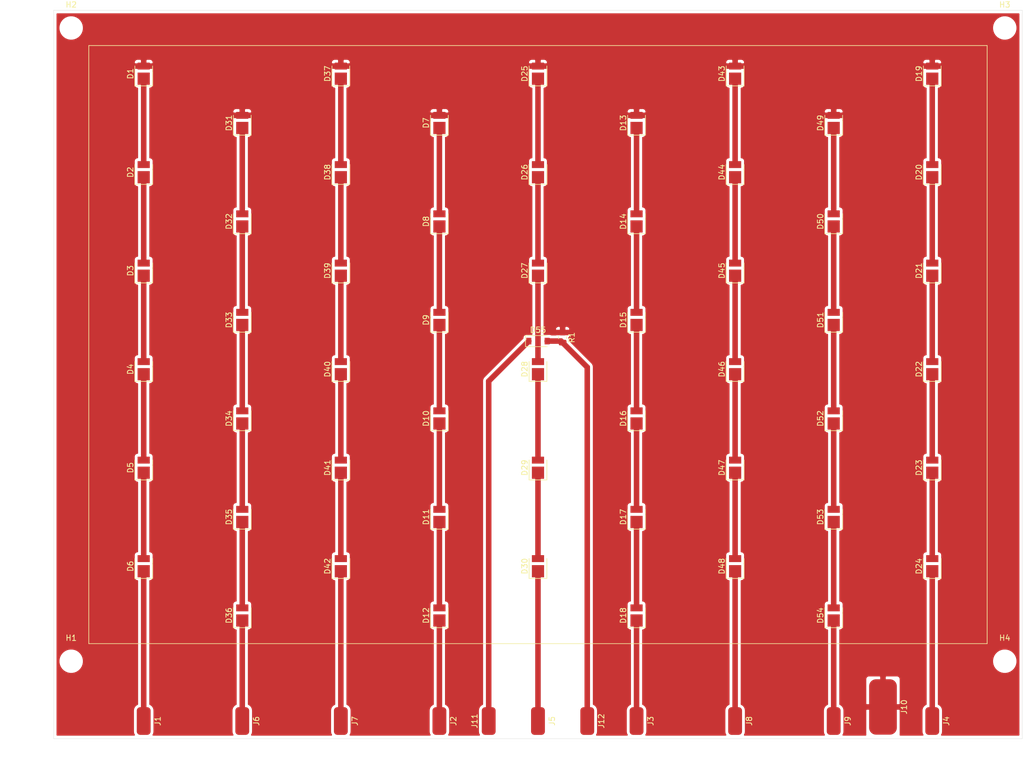
<source format=kicad_pcb>
(kicad_pcb (version 20171130) (host pcbnew "(5.1.12-1-10_14)")
  (layers (0 F.Cu signal) (31 B.Cu signal) (34 B.Paste user) (35 F.Paste user) (36 B.SilkS user) (37 F.SilkS user) (38 B.Mask user) (39 F.Mask user) (44 Edge.Cuts user))
  (net 0 "")
  (net 1 GND)
  (net 2 VCC)
  (net 3 "Net-(D1-Pad1)")
  (net 4 "Net-(D2-Pad1)")
  (net 5 "Net-(D3-Pad1)")
  (net 6 "Net-(D4-Pad1)")
  (net 7 "Net-(D5-Pad1)")
  (net 8 "Net-(D6-Pad1)")
  (net 9 "Net-(D7-Pad1)")
  (net 10 "Net-(D8-Pad1)")
  (net 11 "Net-(D10-Pad2)")
  (net 12 "Net-(D10-Pad1)")
  (net 13 "Net-(D11-Pad1)")
  (net 14 "Net-(D12-Pad1)")
  (net 15 "Net-(D13-Pad1)")
  (net 16 "Net-(D14-Pad1)")
  (net 17 "Net-(D15-Pad1)")
  (net 18 "Net-(D16-Pad1)")
  (net 19 "Net-(D17-Pad1)")
  (net 20 "Net-(D18-Pad1)")
  (net 21 "Net-(D19-Pad1)")
  (net 22 "Net-(D20-Pad1)")
  (net 23 "Net-(D21-Pad1)")
  (net 24 "Net-(D22-Pad1)")
  (net 25 "Net-(D23-Pad1)")
  (net 26 "Net-(D24-Pad1)")
  (net 27 "Net-(D25-Pad1)")
  (net 28 "Net-(D26-Pad1)")
  (net 29 "Net-(D27-Pad1)")
  (net 30 "Net-(D28-Pad1)")
  (net 31 "Net-(D29-Pad1)")
  (net 32 "Net-(D30-Pad1)")
  (net 33 "Net-(D31-Pad1)")
  (net 34 "Net-(D32-Pad1)")
  (net 35 "Net-(D33-Pad1)")
  (net 36 "Net-(D34-Pad1)")
  (net 37 "Net-(D35-Pad1)")
  (net 38 "Net-(D36-Pad1)")
  (net 39 "Net-(D37-Pad1)")
  (net 40 "Net-(D38-Pad1)")
  (net 41 "Net-(D39-Pad1)")
  (net 42 "Net-(D40-Pad1)")
  (net 43 "Net-(D41-Pad1)")
  (net 44 "Net-(D42-Pad1)")
  (net 45 "Net-(D43-Pad1)")
  (net 46 "Net-(D44-Pad1)")
  (net 47 "Net-(D45-Pad1)")
  (net 48 "Net-(D46-Pad1)")
  (net 49 "Net-(D47-Pad1)")
  (net 50 "Net-(D48-Pad1)")
  (net 51 "Net-(D50-Pad1)")
  (net 52 "Net-(D51-Pad1)")
  (net 53 "Net-(D52-Pad1)")
  (net 54 "Net-(D53-Pad1)")
  (net 55 "Net-(D54-Pad1)")
  (net 56 /Vsense)
  (net 57 "Net-(D49-Pad1)")
  (module MountingHole:MountingHole_3.2mm_M3 (layer F.Cu) (at 223.266 139.065)
    (fp_text reference H4 (at 0 -4.2) (layer F.SilkS))
    (fp_text value MountingHole)
    (pad 1 np_thru_hole circle (at 0 0) (size 3.2 3.2) (drill 3.2) (layers *.Cu *.Mask))
  )
  (module MountingHole:MountingHole_3.2mm_M3 (layer F.Cu) (at 223.266 24.765)
    (fp_text reference H3 (at 0 -4.2) (layer F.SilkS))
    (fp_text value MountingHole)
    (pad 1 np_thru_hole circle (at 0 0) (size 3.2 3.2) (drill 3.2) (layers *.Cu *.Mask))
  )
  (module MountingHole:MountingHole_3.2mm_M3 (layer F.Cu) (at 54.864 24.765)
    (fp_text reference H2 (at 0 -4.2) (layer F.SilkS))
    (fp_text value MountingHole)
    (pad 1 np_thru_hole circle (at 0 0) (size 3.2 3.2) (drill 3.2) (layers *.Cu *.Mask))
  )
  (module MountingHole:MountingHole_3.2mm_M3 (layer F.Cu) (at 54.864 139.065)
    (fp_text reference H1 (at 0 -4.2) (layer F.SilkS))
    (fp_text value MountingHole)
    (pad 1 np_thru_hole circle (at 0 0) (size 3.2 3.2) (drill 3.2) (layers *.Cu *.Mask))
  )
  (module Lighttable:Pad-2.5x5 (layer F.Cu) (at 130.175 149.86 270)
    (fp_text reference J11 (at 0 2.54 90) (layer F.SilkS))
    (fp_text value Conn_01x01 hide)
    (pad 1 smd roundrect (at 0 0 270) (size 5 2.5) (layers F.Cu F.Paste F.Mask) (net 1 GND))
  )
  (module Lighttable:Pad-2.5x5 (layer F.Cu) (at 147.955 149.86 90)
    (fp_text reference J12 (at 0 2.54 90) (layer F.SilkS))
    (fp_text value Conn_01x01 hide)
    (pad 1 smd roundrect (at 0 0 90) (size 5 2.5) (layers F.Cu F.Paste F.Mask) (net 56 /Vsense))
  )
  (module Lighttable:Pad-2.5x5 (layer F.Cu) (at 192.405 149.86 90)
    (fp_text reference J9 (at 0 2.54 90) (layer F.SilkS))
    (fp_text value Conn_01x01 hide)
    (pad 1 smd roundrect (at 0 0 90) (size 5 2.5) (layers F.Cu F.Paste F.Mask) (net 55 "Net-(D54-Pad1)"))
  )
  (module Lighttable:Pad-2.5x5 (layer F.Cu) (at 174.625 149.86 90)
    (fp_text reference J8 (at 0 2.54 90) (layer F.SilkS))
    (fp_text value Conn_01x01 hide)
    (pad 1 smd roundrect (at 0 0 90) (size 5 2.5) (layers F.Cu F.Paste F.Mask) (net 50 "Net-(D48-Pad1)"))
  )
  (module Lighttable:Pad-2.5x5 (layer F.Cu) (at 103.505 149.86 90)
    (fp_text reference J7 (at 0 2.54 90) (layer F.SilkS))
    (fp_text value Conn_01x01 hide)
    (pad 1 smd roundrect (at 0 0 90) (size 5 2.5) (layers F.Cu F.Paste F.Mask) (net 44 "Net-(D42-Pad1)"))
  )
  (module Lighttable:Pad-2.5x5 (layer F.Cu) (at 85.725 149.86 90)
    (fp_text reference J6 (at 0 2.54 90) (layer F.SilkS))
    (fp_text value Conn_01x01 hide)
    (pad 1 smd roundrect (at 0 0 90) (size 5 2.5) (layers F.Cu F.Paste F.Mask) (net 38 "Net-(D36-Pad1)"))
  )
  (module Lighttable:Pad-2.5x5 (layer F.Cu) (at 139.065 149.86 90)
    (fp_text reference J5 (at 0 2.54 90) (layer F.SilkS))
    (fp_text value Conn_01x01 hide)
    (pad 1 smd roundrect (at 0 0 90) (size 5 2.5) (layers F.Cu F.Paste F.Mask) (net 32 "Net-(D30-Pad1)"))
  )
  (module Lighttable:Pad-2.5x5 (layer F.Cu) (at 210.185 149.86 90)
    (fp_text reference J4 (at 0 2.54 90) (layer F.SilkS))
    (fp_text value Conn_01x01 hide)
    (pad 1 smd roundrect (at 0 0 90) (size 5 2.5) (layers F.Cu F.Paste F.Mask) (net 26 "Net-(D24-Pad1)"))
  )
  (module Lighttable:Pad-2.5x5 (layer F.Cu) (at 156.845 149.86 90)
    (fp_text reference J3 (at 0 2.54 90) (layer F.SilkS))
    (fp_text value Conn_01x01 hide)
    (pad 1 smd roundrect (at 0 0 90) (size 5 2.5) (layers F.Cu F.Paste F.Mask) (net 20 "Net-(D18-Pad1)"))
  )
  (module Lighttable:Pad-2.5x5 (layer F.Cu) (at 121.285 149.86 90)
    (fp_text reference J2 (at 0 2.54 90) (layer F.SilkS))
    (fp_text value Conn_01x01 hide)
    (pad 1 smd roundrect (at 0 0 90) (size 5 2.5) (layers F.Cu F.Paste F.Mask) (net 14 "Net-(D12-Pad1)"))
  )
  (module Lighttable:Pad-2.5x5 (layer F.Cu) (at 67.945 149.86 90)
    (fp_text reference J1 (at 0 2.54 90) (layer F.SilkS))
    (fp_text value Conn_01x01 hide)
    (pad 1 smd roundrect (at 0 0 90) (size 5 2.5) (layers F.Cu F.Paste F.Mask) (net 8 "Net-(D6-Pad1)"))
  )
  (module Resistor_SMD:R_0805_2012Metric (layer F.Cu) (at 143.51 80.645 270)
    (fp_text reference R1 (at 0 -1.65 90) (layer F.SilkS))
    (fp_text value 180k)
    (fp_line (start -0.227064 0.735) (end 0.227064 0.735) (layer F.SilkS) (width 0.12))
    (fp_line (start -0.227064 -0.735) (end 0.227064 -0.735) (layer F.SilkS) (width 0.12))
    (pad 2 smd roundrect (at 0.9125 0 270) (size 1.025 1.4) (layers F.Cu F.Paste F.Mask) (roundrect_rratio 0.2439014634146341) (net 56 /Vsense))
    (pad 1 smd roundrect (at -0.9125 0 270) (size 1.025 1.4) (layers F.Cu F.Paste F.Mask) (roundrect_rratio 0.2439014634146341) (net 2 VCC))
  )
  (module Lighttable:Pad-5x10 (layer F.Cu) (at 201.295 147.32 270)
    (fp_text reference J10 (at 0 -3.81 90) (layer F.SilkS))
    (fp_text value Conn_01x01 hide)
    (pad 1 smd roundrect (at 0 0 270) (size 10 5) (layers F.Cu F.Paste F.Mask) (net 2 VCC))
  )
  (module LED_SMD:LED_PLCC_2835 (layer F.Cu) (at 139.065 121.92 90)
    (fp_text reference D30 (at 0 -2.4 90) (layer F.SilkS))
    (fp_text value BXEN-50S-11M-3C)
    (fp_line (start -2.2 -1.6) (end -2.2 1.6) (layer F.SilkS) (width 0.12))
    (fp_line (start 1.4 1.6) (end -2.2 1.6) (layer F.SilkS) (width 0.12))
    (fp_line (start 1.4 -1.6) (end -2.2 -1.6) (layer F.SilkS) (width 0.12))
    (pad 2 smd rect (at 1.375 0 90) (size 1.25 2.2) (layers F.Cu F.Paste F.Mask) (net 31 "Net-(D29-Pad1)"))
    (pad 1 smd rect (at -0.9 0 90) (size 2.2 2.2) (layers F.Cu F.Paste F.Mask) (net 32 "Net-(D30-Pad1)"))
  )
  (module LED_SMD:LED_PLCC_2835 (layer F.Cu) (at 139.065 104.14 90)
    (fp_text reference D29 (at 0 -2.4 90) (layer F.SilkS))
    (fp_text value BXEN-50S-11M-3C)
    (fp_line (start -2.2 -1.6) (end -2.2 1.6) (layer F.SilkS) (width 0.12))
    (fp_line (start 1.4 1.6) (end -2.2 1.6) (layer F.SilkS) (width 0.12))
    (fp_line (start 1.4 -1.6) (end -2.2 -1.6) (layer F.SilkS) (width 0.12))
    (pad 2 smd rect (at 1.375 0 90) (size 1.25 2.2) (layers F.Cu F.Paste F.Mask) (net 30 "Net-(D28-Pad1)"))
    (pad 1 smd rect (at -0.9 0 90) (size 2.2 2.2) (layers F.Cu F.Paste F.Mask) (net 31 "Net-(D29-Pad1)"))
  )
  (module LED_SMD:LED_PLCC_2835 (layer F.Cu) (at 139.065 86.36 90)
    (fp_text reference D28 (at 0 -2.4 90) (layer F.SilkS))
    (fp_text value BXEN-50S-11M-3C)
    (fp_line (start -2.2 -1.6) (end -2.2 1.6) (layer F.SilkS) (width 0.12))
    (fp_line (start 1.4 1.6) (end -2.2 1.6) (layer F.SilkS) (width 0.12))
    (fp_line (start 1.4 -1.6) (end -2.2 -1.6) (layer F.SilkS) (width 0.12))
    (pad 2 smd rect (at 1.375 0 90) (size 1.25 2.2) (layers F.Cu F.Paste F.Mask) (net 29 "Net-(D27-Pad1)"))
    (pad 1 smd rect (at -0.9 0 90) (size 2.2 2.2) (layers F.Cu F.Paste F.Mask) (net 30 "Net-(D28-Pad1)"))
  )
  (module LED_SMD:LED_PLCC_2835 (layer F.Cu) (at 139.065 68.58 90)
    (fp_text reference D27 (at 0 -2.4 90) (layer F.SilkS))
    (fp_text value BXEN-50S-11M-3C)
    (fp_line (start -2.2 -1.6) (end -2.2 1.6) (layer F.SilkS) (width 0.12))
    (fp_line (start 1.4 1.6) (end -2.2 1.6) (layer F.SilkS) (width 0.12))
    (fp_line (start 1.4 -1.6) (end -2.2 -1.6) (layer F.SilkS) (width 0.12))
    (pad 2 smd rect (at 1.375 0 90) (size 1.25 2.2) (layers F.Cu F.Paste F.Mask) (net 28 "Net-(D26-Pad1)"))
    (pad 1 smd rect (at -0.9 0 90) (size 2.2 2.2) (layers F.Cu F.Paste F.Mask) (net 29 "Net-(D27-Pad1)"))
  )
  (module LED_SMD:LED_PLCC_2835 (layer F.Cu) (at 139.065 50.8 90)
    (fp_text reference D26 (at 0 -2.4 90) (layer F.SilkS))
    (fp_text value BXEN-50S-11M-3C)
    (fp_line (start -2.2 -1.6) (end -2.2 1.6) (layer F.SilkS) (width 0.12))
    (fp_line (start 1.4 1.6) (end -2.2 1.6) (layer F.SilkS) (width 0.12))
    (fp_line (start 1.4 -1.6) (end -2.2 -1.6) (layer F.SilkS) (width 0.12))
    (pad 2 smd rect (at 1.375 0 90) (size 1.25 2.2) (layers F.Cu F.Paste F.Mask) (net 27 "Net-(D25-Pad1)"))
    (pad 1 smd rect (at -0.9 0 90) (size 2.2 2.2) (layers F.Cu F.Paste F.Mask) (net 28 "Net-(D26-Pad1)"))
  )
  (module LED_SMD:LED_PLCC_2835 (layer F.Cu) (at 139.065 33.02 90)
    (fp_text reference D25 (at 0 -2.4 90) (layer F.SilkS))
    (fp_text value BXEN-50S-11M-3C)
    (fp_line (start -2.2 -1.6) (end -2.2 1.6) (layer F.SilkS) (width 0.12))
    (fp_line (start 1.4 1.6) (end -2.2 1.6) (layer F.SilkS) (width 0.12))
    (fp_line (start 1.4 -1.6) (end -2.2 -1.6) (layer F.SilkS) (width 0.12))
    (pad 2 smd rect (at 1.375 0 90) (size 1.25 2.2) (layers F.Cu F.Paste F.Mask) (net 2 VCC))
    (pad 1 smd rect (at -0.9 0 90) (size 2.2 2.2) (layers F.Cu F.Paste F.Mask) (net 27 "Net-(D25-Pad1)"))
  )
  (module Diode_SMD:D_SOD-123 (layer F.Cu) (at 139.065 81.28)
    (fp_text reference D55 (at 0 -2) (layer F.SilkS))
    (fp_text value 1N4148W)
    (fp_line (start -2.25 -1) (end 1.65 -1) (layer F.SilkS) (width 0.12))
    (fp_line (start -2.25 1) (end 1.65 1) (layer F.SilkS) (width 0.12))
    (fp_line (start -2.25 -1) (end -2.25 1) (layer F.SilkS) (width 0.12))
    (pad 2 smd rect (at 1.65 0) (size 0.9 1.2) (layers F.Cu F.Paste F.Mask) (net 56 /Vsense))
    (pad 1 smd rect (at -1.65 0) (size 0.9 1.2) (layers F.Cu F.Paste F.Mask) (net 1 GND))
  )
  (module LED_SMD:LED_PLCC_2835 (layer F.Cu) (at 192.405 130.81 90)
    (fp_text reference D54 (at 0 -2.4 90) (layer F.SilkS))
    (fp_text value BXEN-50S-11M-3C)
    (fp_line (start -2.2 -1.6) (end -2.2 1.6) (layer F.SilkS) (width 0.12))
    (fp_line (start 1.4 1.6) (end -2.2 1.6) (layer F.SilkS) (width 0.12))
    (fp_line (start 1.4 -1.6) (end -2.2 -1.6) (layer F.SilkS) (width 0.12))
    (pad 2 smd rect (at 1.375 0 90) (size 1.25 2.2) (layers F.Cu F.Paste F.Mask) (net 54 "Net-(D53-Pad1)"))
    (pad 1 smd rect (at -0.9 0 90) (size 2.2 2.2) (layers F.Cu F.Paste F.Mask) (net 55 "Net-(D54-Pad1)"))
  )
  (module LED_SMD:LED_PLCC_2835 (layer F.Cu) (at 192.405 113.03 90)
    (fp_text reference D53 (at 0 -2.4 90) (layer F.SilkS))
    (fp_text value BXEN-50S-11M-3C)
    (fp_line (start -2.2 -1.6) (end -2.2 1.6) (layer F.SilkS) (width 0.12))
    (fp_line (start 1.4 1.6) (end -2.2 1.6) (layer F.SilkS) (width 0.12))
    (fp_line (start 1.4 -1.6) (end -2.2 -1.6) (layer F.SilkS) (width 0.12))
    (pad 2 smd rect (at 1.375 0 90) (size 1.25 2.2) (layers F.Cu F.Paste F.Mask) (net 53 "Net-(D52-Pad1)"))
    (pad 1 smd rect (at -0.9 0 90) (size 2.2 2.2) (layers F.Cu F.Paste F.Mask) (net 54 "Net-(D53-Pad1)"))
  )
  (module LED_SMD:LED_PLCC_2835 (layer F.Cu) (at 192.405 95.25 90)
    (fp_text reference D52 (at 0 -2.4 90) (layer F.SilkS))
    (fp_text value BXEN-50S-11M-3C)
    (fp_line (start -2.2 -1.6) (end -2.2 1.6) (layer F.SilkS) (width 0.12))
    (fp_line (start 1.4 1.6) (end -2.2 1.6) (layer F.SilkS) (width 0.12))
    (fp_line (start 1.4 -1.6) (end -2.2 -1.6) (layer F.SilkS) (width 0.12))
    (pad 2 smd rect (at 1.375 0 90) (size 1.25 2.2) (layers F.Cu F.Paste F.Mask) (net 52 "Net-(D51-Pad1)"))
    (pad 1 smd rect (at -0.9 0 90) (size 2.2 2.2) (layers F.Cu F.Paste F.Mask) (net 53 "Net-(D52-Pad1)"))
  )
  (module LED_SMD:LED_PLCC_2835 (layer F.Cu) (at 192.405 77.47 90)
    (fp_text reference D51 (at 0 -2.4 90) (layer F.SilkS))
    (fp_text value BXEN-50S-11M-3C)
    (fp_line (start -2.2 -1.6) (end -2.2 1.6) (layer F.SilkS) (width 0.12))
    (fp_line (start 1.4 1.6) (end -2.2 1.6) (layer F.SilkS) (width 0.12))
    (fp_line (start 1.4 -1.6) (end -2.2 -1.6) (layer F.SilkS) (width 0.12))
    (pad 2 smd rect (at 1.375 0 90) (size 1.25 2.2) (layers F.Cu F.Paste F.Mask) (net 51 "Net-(D50-Pad1)"))
    (pad 1 smd rect (at -0.9 0 90) (size 2.2 2.2) (layers F.Cu F.Paste F.Mask) (net 52 "Net-(D51-Pad1)"))
  )
  (module LED_SMD:LED_PLCC_2835 (layer F.Cu) (at 192.405 59.69 90)
    (fp_text reference D50 (at 0 -2.4 90) (layer F.SilkS))
    (fp_text value BXEN-50S-11M-3C)
    (fp_line (start -2.2 -1.6) (end -2.2 1.6) (layer F.SilkS) (width 0.12))
    (fp_line (start 1.4 1.6) (end -2.2 1.6) (layer F.SilkS) (width 0.12))
    (fp_line (start 1.4 -1.6) (end -2.2 -1.6) (layer F.SilkS) (width 0.12))
    (pad 2 smd rect (at 1.375 0 90) (size 1.25 2.2) (layers F.Cu F.Paste F.Mask) (net 57 "Net-(D49-Pad1)"))
    (pad 1 smd rect (at -0.9 0 90) (size 2.2 2.2) (layers F.Cu F.Paste F.Mask) (net 51 "Net-(D50-Pad1)"))
  )
  (module LED_SMD:LED_PLCC_2835 (layer F.Cu) (at 192.405 41.91 90)
    (fp_text reference D49 (at 0 -2.4 90) (layer F.SilkS))
    (fp_text value BXEN-50S-11M-3C)
    (fp_line (start -2.2 -1.6) (end -2.2 1.6) (layer F.SilkS) (width 0.12))
    (fp_line (start 1.4 1.6) (end -2.2 1.6) (layer F.SilkS) (width 0.12))
    (fp_line (start 1.4 -1.6) (end -2.2 -1.6) (layer F.SilkS) (width 0.12))
    (pad 2 smd rect (at 1.375 0 90) (size 1.25 2.2) (layers F.Cu F.Paste F.Mask) (net 2 VCC))
    (pad 1 smd rect (at -0.9 0 90) (size 2.2 2.2) (layers F.Cu F.Paste F.Mask) (net 57 "Net-(D49-Pad1)"))
  )
  (module LED_SMD:LED_PLCC_2835 (layer F.Cu) (at 210.185 121.92 90)
    (fp_text reference D24 (at 0 -2.4 90) (layer F.SilkS))
    (fp_text value BXEN-50S-11M-3C)
    (fp_line (start -2.2 -1.6) (end -2.2 1.6) (layer F.SilkS) (width 0.12))
    (fp_line (start 1.4 1.6) (end -2.2 1.6) (layer F.SilkS) (width 0.12))
    (fp_line (start 1.4 -1.6) (end -2.2 -1.6) (layer F.SilkS) (width 0.12))
    (pad 2 smd rect (at 1.375 0 90) (size 1.25 2.2) (layers F.Cu F.Paste F.Mask) (net 25 "Net-(D23-Pad1)"))
    (pad 1 smd rect (at -0.9 0 90) (size 2.2 2.2) (layers F.Cu F.Paste F.Mask) (net 26 "Net-(D24-Pad1)"))
  )
  (module LED_SMD:LED_PLCC_2835 (layer F.Cu) (at 210.185 104.14 90)
    (fp_text reference D23 (at 0 -2.4 90) (layer F.SilkS))
    (fp_text value BXEN-50S-11M-3C)
    (fp_line (start -2.2 -1.6) (end -2.2 1.6) (layer F.SilkS) (width 0.12))
    (fp_line (start 1.4 1.6) (end -2.2 1.6) (layer F.SilkS) (width 0.12))
    (fp_line (start 1.4 -1.6) (end -2.2 -1.6) (layer F.SilkS) (width 0.12))
    (pad 2 smd rect (at 1.375 0 90) (size 1.25 2.2) (layers F.Cu F.Paste F.Mask) (net 24 "Net-(D22-Pad1)"))
    (pad 1 smd rect (at -0.9 0 90) (size 2.2 2.2) (layers F.Cu F.Paste F.Mask) (net 25 "Net-(D23-Pad1)"))
  )
  (module LED_SMD:LED_PLCC_2835 (layer F.Cu) (at 210.185 86.36 90)
    (fp_text reference D22 (at 0 -2.4 90) (layer F.SilkS))
    (fp_text value BXEN-50S-11M-3C)
    (fp_line (start -2.2 -1.6) (end -2.2 1.6) (layer F.SilkS) (width 0.12))
    (fp_line (start 1.4 1.6) (end -2.2 1.6) (layer F.SilkS) (width 0.12))
    (fp_line (start 1.4 -1.6) (end -2.2 -1.6) (layer F.SilkS) (width 0.12))
    (pad 2 smd rect (at 1.375 0 90) (size 1.25 2.2) (layers F.Cu F.Paste F.Mask) (net 23 "Net-(D21-Pad1)"))
    (pad 1 smd rect (at -0.9 0 90) (size 2.2 2.2) (layers F.Cu F.Paste F.Mask) (net 24 "Net-(D22-Pad1)"))
  )
  (module LED_SMD:LED_PLCC_2835 (layer F.Cu) (at 210.185 68.58 90)
    (fp_text reference D21 (at 0 -2.4 90) (layer F.SilkS))
    (fp_text value BXEN-50S-11M-3C)
    (fp_line (start -2.2 -1.6) (end -2.2 1.6) (layer F.SilkS) (width 0.12))
    (fp_line (start 1.4 1.6) (end -2.2 1.6) (layer F.SilkS) (width 0.12))
    (fp_line (start 1.4 -1.6) (end -2.2 -1.6) (layer F.SilkS) (width 0.12))
    (pad 2 smd rect (at 1.375 0 90) (size 1.25 2.2) (layers F.Cu F.Paste F.Mask) (net 22 "Net-(D20-Pad1)"))
    (pad 1 smd rect (at -0.9 0 90) (size 2.2 2.2) (layers F.Cu F.Paste F.Mask) (net 23 "Net-(D21-Pad1)"))
  )
  (module LED_SMD:LED_PLCC_2835 (layer F.Cu) (at 210.185 50.8 90)
    (fp_text reference D20 (at 0 -2.4 90) (layer F.SilkS))
    (fp_text value BXEN-50S-11M-3C)
    (fp_line (start -2.2 -1.6) (end -2.2 1.6) (layer F.SilkS) (width 0.12))
    (fp_line (start 1.4 1.6) (end -2.2 1.6) (layer F.SilkS) (width 0.12))
    (fp_line (start 1.4 -1.6) (end -2.2 -1.6) (layer F.SilkS) (width 0.12))
    (pad 2 smd rect (at 1.375 0 90) (size 1.25 2.2) (layers F.Cu F.Paste F.Mask) (net 21 "Net-(D19-Pad1)"))
    (pad 1 smd rect (at -0.9 0 90) (size 2.2 2.2) (layers F.Cu F.Paste F.Mask) (net 22 "Net-(D20-Pad1)"))
  )
  (module LED_SMD:LED_PLCC_2835 (layer F.Cu) (at 210.185 33.02 90)
    (fp_text reference D19 (at 0 -2.4 90) (layer F.SilkS))
    (fp_text value BXEN-50S-11M-3C)
    (fp_line (start -2.2 -1.6) (end -2.2 1.6) (layer F.SilkS) (width 0.12))
    (fp_line (start 1.4 1.6) (end -2.2 1.6) (layer F.SilkS) (width 0.12))
    (fp_line (start 1.4 -1.6) (end -2.2 -1.6) (layer F.SilkS) (width 0.12))
    (pad 2 smd rect (at 1.375 0 90) (size 1.25 2.2) (layers F.Cu F.Paste F.Mask) (net 2 VCC))
    (pad 1 smd rect (at -0.9 0 90) (size 2.2 2.2) (layers F.Cu F.Paste F.Mask) (net 21 "Net-(D19-Pad1)"))
  )
  (module LED_SMD:LED_PLCC_2835 (layer F.Cu) (at 174.625 121.92 90)
    (fp_text reference D48 (at 0 -2.4 90) (layer F.SilkS))
    (fp_text value BXEN-50S-11M-3C)
    (fp_line (start -2.2 -1.6) (end -2.2 1.6) (layer F.SilkS) (width 0.12))
    (fp_line (start 1.4 1.6) (end -2.2 1.6) (layer F.SilkS) (width 0.12))
    (fp_line (start 1.4 -1.6) (end -2.2 -1.6) (layer F.SilkS) (width 0.12))
    (pad 2 smd rect (at 1.375 0 90) (size 1.25 2.2) (layers F.Cu F.Paste F.Mask) (net 49 "Net-(D47-Pad1)"))
    (pad 1 smd rect (at -0.9 0 90) (size 2.2 2.2) (layers F.Cu F.Paste F.Mask) (net 50 "Net-(D48-Pad1)"))
  )
  (module LED_SMD:LED_PLCC_2835 (layer F.Cu) (at 174.625 104.14 90)
    (fp_text reference D47 (at 0 -2.4 90) (layer F.SilkS))
    (fp_text value BXEN-50S-11M-3C)
    (fp_line (start -2.2 -1.6) (end -2.2 1.6) (layer F.SilkS) (width 0.12))
    (fp_line (start 1.4 1.6) (end -2.2 1.6) (layer F.SilkS) (width 0.12))
    (fp_line (start 1.4 -1.6) (end -2.2 -1.6) (layer F.SilkS) (width 0.12))
    (pad 2 smd rect (at 1.375 0 90) (size 1.25 2.2) (layers F.Cu F.Paste F.Mask) (net 48 "Net-(D46-Pad1)"))
    (pad 1 smd rect (at -0.9 0 90) (size 2.2 2.2) (layers F.Cu F.Paste F.Mask) (net 49 "Net-(D47-Pad1)"))
  )
  (module LED_SMD:LED_PLCC_2835 (layer F.Cu) (at 174.625 86.36 90)
    (fp_text reference D46 (at 0 -2.4 90) (layer F.SilkS))
    (fp_text value BXEN-50S-11M-3C)
    (fp_line (start -2.2 -1.6) (end -2.2 1.6) (layer F.SilkS) (width 0.12))
    (fp_line (start 1.4 1.6) (end -2.2 1.6) (layer F.SilkS) (width 0.12))
    (fp_line (start 1.4 -1.6) (end -2.2 -1.6) (layer F.SilkS) (width 0.12))
    (pad 2 smd rect (at 1.375 0 90) (size 1.25 2.2) (layers F.Cu F.Paste F.Mask) (net 47 "Net-(D45-Pad1)"))
    (pad 1 smd rect (at -0.9 0 90) (size 2.2 2.2) (layers F.Cu F.Paste F.Mask) (net 48 "Net-(D46-Pad1)"))
  )
  (module LED_SMD:LED_PLCC_2835 (layer F.Cu) (at 174.625 68.58 90)
    (fp_text reference D45 (at 0 -2.4 90) (layer F.SilkS))
    (fp_text value BXEN-50S-11M-3C)
    (fp_line (start -2.2 -1.6) (end -2.2 1.6) (layer F.SilkS) (width 0.12))
    (fp_line (start 1.4 1.6) (end -2.2 1.6) (layer F.SilkS) (width 0.12))
    (fp_line (start 1.4 -1.6) (end -2.2 -1.6) (layer F.SilkS) (width 0.12))
    (pad 2 smd rect (at 1.375 0 90) (size 1.25 2.2) (layers F.Cu F.Paste F.Mask) (net 46 "Net-(D44-Pad1)"))
    (pad 1 smd rect (at -0.9 0 90) (size 2.2 2.2) (layers F.Cu F.Paste F.Mask) (net 47 "Net-(D45-Pad1)"))
  )
  (module LED_SMD:LED_PLCC_2835 (layer F.Cu) (at 174.625 50.8 90)
    (fp_text reference D44 (at 0 -2.4 90) (layer F.SilkS))
    (fp_text value BXEN-50S-11M-3C)
    (fp_line (start -2.2 -1.6) (end -2.2 1.6) (layer F.SilkS) (width 0.12))
    (fp_line (start 1.4 1.6) (end -2.2 1.6) (layer F.SilkS) (width 0.12))
    (fp_line (start 1.4 -1.6) (end -2.2 -1.6) (layer F.SilkS) (width 0.12))
    (pad 2 smd rect (at 1.375 0 90) (size 1.25 2.2) (layers F.Cu F.Paste F.Mask) (net 45 "Net-(D43-Pad1)"))
    (pad 1 smd rect (at -0.9 0 90) (size 2.2 2.2) (layers F.Cu F.Paste F.Mask) (net 46 "Net-(D44-Pad1)"))
  )
  (module LED_SMD:LED_PLCC_2835 (layer F.Cu) (at 174.625 33.02 90)
    (fp_text reference D43 (at 0 -2.4 90) (layer F.SilkS))
    (fp_text value BXEN-50S-11M-3C)
    (fp_line (start -2.2 -1.6) (end -2.2 1.6) (layer F.SilkS) (width 0.12))
    (fp_line (start 1.4 1.6) (end -2.2 1.6) (layer F.SilkS) (width 0.12))
    (fp_line (start 1.4 -1.6) (end -2.2 -1.6) (layer F.SilkS) (width 0.12))
    (pad 2 smd rect (at 1.375 0 90) (size 1.25 2.2) (layers F.Cu F.Paste F.Mask) (net 2 VCC))
    (pad 1 smd rect (at -0.9 0 90) (size 2.2 2.2) (layers F.Cu F.Paste F.Mask) (net 45 "Net-(D43-Pad1)"))
  )
  (module LED_SMD:LED_PLCC_2835 (layer F.Cu) (at 156.845 130.81 90)
    (fp_text reference D18 (at 0 -2.4 90) (layer F.SilkS))
    (fp_text value BXEN-50S-11M-3C)
    (fp_line (start -2.2 -1.6) (end -2.2 1.6) (layer F.SilkS) (width 0.12))
    (fp_line (start 1.4 1.6) (end -2.2 1.6) (layer F.SilkS) (width 0.12))
    (fp_line (start 1.4 -1.6) (end -2.2 -1.6) (layer F.SilkS) (width 0.12))
    (pad 2 smd rect (at 1.375 0 90) (size 1.25 2.2) (layers F.Cu F.Paste F.Mask) (net 19 "Net-(D17-Pad1)"))
    (pad 1 smd rect (at -0.9 0 90) (size 2.2 2.2) (layers F.Cu F.Paste F.Mask) (net 20 "Net-(D18-Pad1)"))
  )
  (module LED_SMD:LED_PLCC_2835 (layer F.Cu) (at 156.845 113.03 90)
    (fp_text reference D17 (at 0 -2.4 90) (layer F.SilkS))
    (fp_text value BXEN-50S-11M-3C)
    (fp_line (start -2.2 -1.6) (end -2.2 1.6) (layer F.SilkS) (width 0.12))
    (fp_line (start 1.4 1.6) (end -2.2 1.6) (layer F.SilkS) (width 0.12))
    (fp_line (start 1.4 -1.6) (end -2.2 -1.6) (layer F.SilkS) (width 0.12))
    (pad 2 smd rect (at 1.375 0 90) (size 1.25 2.2) (layers F.Cu F.Paste F.Mask) (net 18 "Net-(D16-Pad1)"))
    (pad 1 smd rect (at -0.9 0 90) (size 2.2 2.2) (layers F.Cu F.Paste F.Mask) (net 19 "Net-(D17-Pad1)"))
  )
  (module LED_SMD:LED_PLCC_2835 (layer F.Cu) (at 156.845 95.25 90)
    (fp_text reference D16 (at 0 -2.4 90) (layer F.SilkS))
    (fp_text value BXEN-50S-11M-3C)
    (fp_line (start -2.2 -1.6) (end -2.2 1.6) (layer F.SilkS) (width 0.12))
    (fp_line (start 1.4 1.6) (end -2.2 1.6) (layer F.SilkS) (width 0.12))
    (fp_line (start 1.4 -1.6) (end -2.2 -1.6) (layer F.SilkS) (width 0.12))
    (pad 2 smd rect (at 1.375 0 90) (size 1.25 2.2) (layers F.Cu F.Paste F.Mask) (net 17 "Net-(D15-Pad1)"))
    (pad 1 smd rect (at -0.9 0 90) (size 2.2 2.2) (layers F.Cu F.Paste F.Mask) (net 18 "Net-(D16-Pad1)"))
  )
  (module LED_SMD:LED_PLCC_2835 (layer F.Cu) (at 156.845 77.47 90)
    (fp_text reference D15 (at 0 -2.4 90) (layer F.SilkS))
    (fp_text value BXEN-50S-11M-3C)
    (fp_line (start -2.2 -1.6) (end -2.2 1.6) (layer F.SilkS) (width 0.12))
    (fp_line (start 1.4 1.6) (end -2.2 1.6) (layer F.SilkS) (width 0.12))
    (fp_line (start 1.4 -1.6) (end -2.2 -1.6) (layer F.SilkS) (width 0.12))
    (pad 2 smd rect (at 1.375 0 90) (size 1.25 2.2) (layers F.Cu F.Paste F.Mask) (net 16 "Net-(D14-Pad1)"))
    (pad 1 smd rect (at -0.9 0 90) (size 2.2 2.2) (layers F.Cu F.Paste F.Mask) (net 17 "Net-(D15-Pad1)"))
  )
  (module LED_SMD:LED_PLCC_2835 (layer F.Cu) (at 156.845 59.69 90)
    (fp_text reference D14 (at 0 -2.4 90) (layer F.SilkS))
    (fp_text value BXEN-50S-11M-3C)
    (fp_line (start -2.2 -1.6) (end -2.2 1.6) (layer F.SilkS) (width 0.12))
    (fp_line (start 1.4 1.6) (end -2.2 1.6) (layer F.SilkS) (width 0.12))
    (fp_line (start 1.4 -1.6) (end -2.2 -1.6) (layer F.SilkS) (width 0.12))
    (pad 2 smd rect (at 1.375 0 90) (size 1.25 2.2) (layers F.Cu F.Paste F.Mask) (net 15 "Net-(D13-Pad1)"))
    (pad 1 smd rect (at -0.9 0 90) (size 2.2 2.2) (layers F.Cu F.Paste F.Mask) (net 16 "Net-(D14-Pad1)"))
  )
  (module LED_SMD:LED_PLCC_2835 (layer F.Cu) (at 156.845 41.91 90)
    (fp_text reference D13 (at 0 -2.4 90) (layer F.SilkS))
    (fp_text value BXEN-50S-11M-3C)
    (fp_line (start -2.2 -1.6) (end -2.2 1.6) (layer F.SilkS) (width 0.12))
    (fp_line (start 1.4 1.6) (end -2.2 1.6) (layer F.SilkS) (width 0.12))
    (fp_line (start 1.4 -1.6) (end -2.2 -1.6) (layer F.SilkS) (width 0.12))
    (pad 2 smd rect (at 1.375 0 90) (size 1.25 2.2) (layers F.Cu F.Paste F.Mask) (net 2 VCC))
    (pad 1 smd rect (at -0.9 0 90) (size 2.2 2.2) (layers F.Cu F.Paste F.Mask) (net 15 "Net-(D13-Pad1)"))
  )
  (module LED_SMD:LED_PLCC_2835 (layer F.Cu) (at 103.505 121.92 90)
    (fp_text reference D42 (at 0 -2.4 90) (layer F.SilkS))
    (fp_text value BXEN-50S-11M-3C)
    (fp_line (start -2.2 -1.6) (end -2.2 1.6) (layer F.SilkS) (width 0.12))
    (fp_line (start 1.4 1.6) (end -2.2 1.6) (layer F.SilkS) (width 0.12))
    (fp_line (start 1.4 -1.6) (end -2.2 -1.6) (layer F.SilkS) (width 0.12))
    (pad 2 smd rect (at 1.375 0 90) (size 1.25 2.2) (layers F.Cu F.Paste F.Mask) (net 43 "Net-(D41-Pad1)"))
    (pad 1 smd rect (at -0.9 0 90) (size 2.2 2.2) (layers F.Cu F.Paste F.Mask) (net 44 "Net-(D42-Pad1)"))
  )
  (module LED_SMD:LED_PLCC_2835 (layer F.Cu) (at 103.505 104.14 90)
    (fp_text reference D41 (at 0 -2.4 90) (layer F.SilkS))
    (fp_text value BXEN-50S-11M-3C)
    (fp_line (start -2.2 -1.6) (end -2.2 1.6) (layer F.SilkS) (width 0.12))
    (fp_line (start 1.4 1.6) (end -2.2 1.6) (layer F.SilkS) (width 0.12))
    (fp_line (start 1.4 -1.6) (end -2.2 -1.6) (layer F.SilkS) (width 0.12))
    (pad 2 smd rect (at 1.375 0 90) (size 1.25 2.2) (layers F.Cu F.Paste F.Mask) (net 42 "Net-(D40-Pad1)"))
    (pad 1 smd rect (at -0.9 0 90) (size 2.2 2.2) (layers F.Cu F.Paste F.Mask) (net 43 "Net-(D41-Pad1)"))
  )
  (module LED_SMD:LED_PLCC_2835 (layer F.Cu) (at 103.505 86.36 90)
    (fp_text reference D40 (at 0 -2.4 90) (layer F.SilkS))
    (fp_text value BXEN-50S-11M-3C)
    (fp_line (start -2.2 -1.6) (end -2.2 1.6) (layer F.SilkS) (width 0.12))
    (fp_line (start 1.4 1.6) (end -2.2 1.6) (layer F.SilkS) (width 0.12))
    (fp_line (start 1.4 -1.6) (end -2.2 -1.6) (layer F.SilkS) (width 0.12))
    (pad 2 smd rect (at 1.375 0 90) (size 1.25 2.2) (layers F.Cu F.Paste F.Mask) (net 41 "Net-(D39-Pad1)"))
    (pad 1 smd rect (at -0.9 0 90) (size 2.2 2.2) (layers F.Cu F.Paste F.Mask) (net 42 "Net-(D40-Pad1)"))
  )
  (module LED_SMD:LED_PLCC_2835 (layer F.Cu) (at 103.505 68.58 90)
    (fp_text reference D39 (at 0 -2.4 90) (layer F.SilkS))
    (fp_text value BXEN-50S-11M-3C)
    (fp_line (start -2.2 -1.6) (end -2.2 1.6) (layer F.SilkS) (width 0.12))
    (fp_line (start 1.4 1.6) (end -2.2 1.6) (layer F.SilkS) (width 0.12))
    (fp_line (start 1.4 -1.6) (end -2.2 -1.6) (layer F.SilkS) (width 0.12))
    (pad 2 smd rect (at 1.375 0 90) (size 1.25 2.2) (layers F.Cu F.Paste F.Mask) (net 40 "Net-(D38-Pad1)"))
    (pad 1 smd rect (at -0.9 0 90) (size 2.2 2.2) (layers F.Cu F.Paste F.Mask) (net 41 "Net-(D39-Pad1)"))
  )
  (module LED_SMD:LED_PLCC_2835 (layer F.Cu) (at 103.505 50.8 90)
    (fp_text reference D38 (at 0 -2.4 90) (layer F.SilkS))
    (fp_text value BXEN-50S-11M-3C)
    (fp_line (start -2.2 -1.6) (end -2.2 1.6) (layer F.SilkS) (width 0.12))
    (fp_line (start 1.4 1.6) (end -2.2 1.6) (layer F.SilkS) (width 0.12))
    (fp_line (start 1.4 -1.6) (end -2.2 -1.6) (layer F.SilkS) (width 0.12))
    (pad 2 smd rect (at 1.375 0 90) (size 1.25 2.2) (layers F.Cu F.Paste F.Mask) (net 39 "Net-(D37-Pad1)"))
    (pad 1 smd rect (at -0.9 0 90) (size 2.2 2.2) (layers F.Cu F.Paste F.Mask) (net 40 "Net-(D38-Pad1)"))
  )
  (module LED_SMD:LED_PLCC_2835 (layer F.Cu) (at 103.505 33.02 90)
    (fp_text reference D37 (at 0 -2.4 90) (layer F.SilkS))
    (fp_text value BXEN-50S-11M-3C)
    (fp_line (start -2.2 -1.6) (end -2.2 1.6) (layer F.SilkS) (width 0.12))
    (fp_line (start 1.4 1.6) (end -2.2 1.6) (layer F.SilkS) (width 0.12))
    (fp_line (start 1.4 -1.6) (end -2.2 -1.6) (layer F.SilkS) (width 0.12))
    (pad 2 smd rect (at 1.375 0 90) (size 1.25 2.2) (layers F.Cu F.Paste F.Mask) (net 2 VCC))
    (pad 1 smd rect (at -0.9 0 90) (size 2.2 2.2) (layers F.Cu F.Paste F.Mask) (net 39 "Net-(D37-Pad1)"))
  )
  (module LED_SMD:LED_PLCC_2835 (layer F.Cu) (at 121.285 130.81 90)
    (fp_text reference D12 (at 0 -2.4 90) (layer F.SilkS))
    (fp_text value BXEN-50S-11M-3C)
    (fp_line (start -2.2 -1.6) (end -2.2 1.6) (layer F.SilkS) (width 0.12))
    (fp_line (start 1.4 1.6) (end -2.2 1.6) (layer F.SilkS) (width 0.12))
    (fp_line (start 1.4 -1.6) (end -2.2 -1.6) (layer F.SilkS) (width 0.12))
    (pad 2 smd rect (at 1.375 0 90) (size 1.25 2.2) (layers F.Cu F.Paste F.Mask) (net 13 "Net-(D11-Pad1)"))
    (pad 1 smd rect (at -0.9 0 90) (size 2.2 2.2) (layers F.Cu F.Paste F.Mask) (net 14 "Net-(D12-Pad1)"))
  )
  (module LED_SMD:LED_PLCC_2835 (layer F.Cu) (at 121.285 113.03 90)
    (fp_text reference D11 (at 0 -2.4 90) (layer F.SilkS))
    (fp_text value BXEN-50S-11M-3C)
    (fp_line (start -2.2 -1.6) (end -2.2 1.6) (layer F.SilkS) (width 0.12))
    (fp_line (start 1.4 1.6) (end -2.2 1.6) (layer F.SilkS) (width 0.12))
    (fp_line (start 1.4 -1.6) (end -2.2 -1.6) (layer F.SilkS) (width 0.12))
    (pad 2 smd rect (at 1.375 0 90) (size 1.25 2.2) (layers F.Cu F.Paste F.Mask) (net 12 "Net-(D10-Pad1)"))
    (pad 1 smd rect (at -0.9 0 90) (size 2.2 2.2) (layers F.Cu F.Paste F.Mask) (net 13 "Net-(D11-Pad1)"))
  )
  (module LED_SMD:LED_PLCC_2835 (layer F.Cu) (at 121.285 95.25 90)
    (fp_text reference D10 (at 0 -2.4 90) (layer F.SilkS))
    (fp_text value BXEN-50S-11M-3C)
    (fp_line (start -2.2 -1.6) (end -2.2 1.6) (layer F.SilkS) (width 0.12))
    (fp_line (start 1.4 1.6) (end -2.2 1.6) (layer F.SilkS) (width 0.12))
    (fp_line (start 1.4 -1.6) (end -2.2 -1.6) (layer F.SilkS) (width 0.12))
    (pad 2 smd rect (at 1.375 0 90) (size 1.25 2.2) (layers F.Cu F.Paste F.Mask) (net 11 "Net-(D10-Pad2)"))
    (pad 1 smd rect (at -0.9 0 90) (size 2.2 2.2) (layers F.Cu F.Paste F.Mask) (net 12 "Net-(D10-Pad1)"))
  )
  (module LED_SMD:LED_PLCC_2835 (layer F.Cu) (at 121.285 77.47 90)
    (fp_text reference D9 (at 0 -2.4 90) (layer F.SilkS))
    (fp_text value BXEN-50S-11M-3C)
    (fp_line (start -2.2 -1.6) (end -2.2 1.6) (layer F.SilkS) (width 0.12))
    (fp_line (start 1.4 1.6) (end -2.2 1.6) (layer F.SilkS) (width 0.12))
    (fp_line (start 1.4 -1.6) (end -2.2 -1.6) (layer F.SilkS) (width 0.12))
    (pad 2 smd rect (at 1.375 0 90) (size 1.25 2.2) (layers F.Cu F.Paste F.Mask) (net 10 "Net-(D8-Pad1)"))
    (pad 1 smd rect (at -0.9 0 90) (size 2.2 2.2) (layers F.Cu F.Paste F.Mask) (net 11 "Net-(D10-Pad2)"))
  )
  (module LED_SMD:LED_PLCC_2835 (layer F.Cu) (at 121.285 59.69 90)
    (fp_text reference D8 (at 0 -2.4 90) (layer F.SilkS))
    (fp_text value BXEN-50S-11M-3C)
    (fp_line (start -2.2 -1.6) (end -2.2 1.6) (layer F.SilkS) (width 0.12))
    (fp_line (start 1.4 1.6) (end -2.2 1.6) (layer F.SilkS) (width 0.12))
    (fp_line (start 1.4 -1.6) (end -2.2 -1.6) (layer F.SilkS) (width 0.12))
    (pad 2 smd rect (at 1.375 0 90) (size 1.25 2.2) (layers F.Cu F.Paste F.Mask) (net 9 "Net-(D7-Pad1)"))
    (pad 1 smd rect (at -0.9 0 90) (size 2.2 2.2) (layers F.Cu F.Paste F.Mask) (net 10 "Net-(D8-Pad1)"))
  )
  (module LED_SMD:LED_PLCC_2835 (layer F.Cu) (at 121.285 41.91 90)
    (fp_text reference D7 (at 0 -2.4 90) (layer F.SilkS))
    (fp_text value BXEN-50S-11M-3C)
    (fp_line (start -2.2 -1.6) (end -2.2 1.6) (layer F.SilkS) (width 0.12))
    (fp_line (start 1.4 1.6) (end -2.2 1.6) (layer F.SilkS) (width 0.12))
    (fp_line (start 1.4 -1.6) (end -2.2 -1.6) (layer F.SilkS) (width 0.12))
    (pad 2 smd rect (at 1.375 0 90) (size 1.25 2.2) (layers F.Cu F.Paste F.Mask) (net 2 VCC))
    (pad 1 smd rect (at -0.9 0 90) (size 2.2 2.2) (layers F.Cu F.Paste F.Mask) (net 9 "Net-(D7-Pad1)"))
  )
  (module LED_SMD:LED_PLCC_2835 (layer F.Cu) (at 85.725 130.81 90)
    (fp_text reference D36 (at 0 -2.4 90) (layer F.SilkS))
    (fp_text value BXEN-50S-11M-3C)
    (fp_line (start -2.2 -1.6) (end -2.2 1.6) (layer F.SilkS) (width 0.12))
    (fp_line (start 1.4 1.6) (end -2.2 1.6) (layer F.SilkS) (width 0.12))
    (fp_line (start 1.4 -1.6) (end -2.2 -1.6) (layer F.SilkS) (width 0.12))
    (pad 2 smd rect (at 1.375 0 90) (size 1.25 2.2) (layers F.Cu F.Paste F.Mask) (net 37 "Net-(D35-Pad1)"))
    (pad 1 smd rect (at -0.9 0 90) (size 2.2 2.2) (layers F.Cu F.Paste F.Mask) (net 38 "Net-(D36-Pad1)"))
  )
  (module LED_SMD:LED_PLCC_2835 (layer F.Cu) (at 85.725 113.03 90)
    (fp_text reference D35 (at 0 -2.4 90) (layer F.SilkS))
    (fp_text value BXEN-50S-11M-3C)
    (fp_line (start -2.2 -1.6) (end -2.2 1.6) (layer F.SilkS) (width 0.12))
    (fp_line (start 1.4 1.6) (end -2.2 1.6) (layer F.SilkS) (width 0.12))
    (fp_line (start 1.4 -1.6) (end -2.2 -1.6) (layer F.SilkS) (width 0.12))
    (pad 2 smd rect (at 1.375 0 90) (size 1.25 2.2) (layers F.Cu F.Paste F.Mask) (net 36 "Net-(D34-Pad1)"))
    (pad 1 smd rect (at -0.9 0 90) (size 2.2 2.2) (layers F.Cu F.Paste F.Mask) (net 37 "Net-(D35-Pad1)"))
  )
  (module LED_SMD:LED_PLCC_2835 (layer F.Cu) (at 85.725 95.25 90)
    (fp_text reference D34 (at 0 -2.4 90) (layer F.SilkS))
    (fp_text value BXEN-50S-11M-3C)
    (fp_line (start -2.2 -1.6) (end -2.2 1.6) (layer F.SilkS) (width 0.12))
    (fp_line (start 1.4 1.6) (end -2.2 1.6) (layer F.SilkS) (width 0.12))
    (fp_line (start 1.4 -1.6) (end -2.2 -1.6) (layer F.SilkS) (width 0.12))
    (pad 2 smd rect (at 1.375 0 90) (size 1.25 2.2) (layers F.Cu F.Paste F.Mask) (net 35 "Net-(D33-Pad1)"))
    (pad 1 smd rect (at -0.9 0 90) (size 2.2 2.2) (layers F.Cu F.Paste F.Mask) (net 36 "Net-(D34-Pad1)"))
  )
  (module LED_SMD:LED_PLCC_2835 (layer F.Cu) (at 85.725 77.47 90)
    (fp_text reference D33 (at 0 -2.4 90) (layer F.SilkS))
    (fp_text value BXEN-50S-11M-3C)
    (fp_line (start -2.2 -1.6) (end -2.2 1.6) (layer F.SilkS) (width 0.12))
    (fp_line (start 1.4 1.6) (end -2.2 1.6) (layer F.SilkS) (width 0.12))
    (fp_line (start 1.4 -1.6) (end -2.2 -1.6) (layer F.SilkS) (width 0.12))
    (pad 2 smd rect (at 1.375 0 90) (size 1.25 2.2) (layers F.Cu F.Paste F.Mask) (net 34 "Net-(D32-Pad1)"))
    (pad 1 smd rect (at -0.9 0 90) (size 2.2 2.2) (layers F.Cu F.Paste F.Mask) (net 35 "Net-(D33-Pad1)"))
  )
  (module LED_SMD:LED_PLCC_2835 (layer F.Cu) (at 85.725 59.69 90)
    (fp_text reference D32 (at 0 -2.4 90) (layer F.SilkS))
    (fp_text value BXEN-50S-11M-3C)
    (fp_line (start -2.2 -1.6) (end -2.2 1.6) (layer F.SilkS) (width 0.12))
    (fp_line (start 1.4 1.6) (end -2.2 1.6) (layer F.SilkS) (width 0.12))
    (fp_line (start 1.4 -1.6) (end -2.2 -1.6) (layer F.SilkS) (width 0.12))
    (pad 2 smd rect (at 1.375 0 90) (size 1.25 2.2) (layers F.Cu F.Paste F.Mask) (net 33 "Net-(D31-Pad1)"))
    (pad 1 smd rect (at -0.9 0 90) (size 2.2 2.2) (layers F.Cu F.Paste F.Mask) (net 34 "Net-(D32-Pad1)"))
  )
  (module LED_SMD:LED_PLCC_2835 (layer F.Cu) (at 85.725 41.91 90)
    (fp_text reference D31 (at 0 -2.4 90) (layer F.SilkS))
    (fp_text value BXEN-50S-11M-3C)
    (fp_line (start -2.2 -1.6) (end -2.2 1.6) (layer F.SilkS) (width 0.12))
    (fp_line (start 1.4 1.6) (end -2.2 1.6) (layer F.SilkS) (width 0.12))
    (fp_line (start 1.4 -1.6) (end -2.2 -1.6) (layer F.SilkS) (width 0.12))
    (pad 2 smd rect (at 1.375 0 90) (size 1.25 2.2) (layers F.Cu F.Paste F.Mask) (net 2 VCC))
    (pad 1 smd rect (at -0.9 0 90) (size 2.2 2.2) (layers F.Cu F.Paste F.Mask) (net 33 "Net-(D31-Pad1)"))
  )
  (module LED_SMD:LED_PLCC_2835 (layer F.Cu) (at 67.945 121.92 90)
    (fp_text reference D6 (at 0 -2.4 90) (layer F.SilkS))
    (fp_text value BXEN-50S-11M-3C)
    (fp_line (start -2.2 -1.6) (end -2.2 1.6) (layer F.SilkS) (width 0.12))
    (fp_line (start 1.4 1.6) (end -2.2 1.6) (layer F.SilkS) (width 0.12))
    (fp_line (start 1.4 -1.6) (end -2.2 -1.6) (layer F.SilkS) (width 0.12))
    (pad 2 smd rect (at 1.375 0 90) (size 1.25 2.2) (layers F.Cu F.Paste F.Mask) (net 7 "Net-(D5-Pad1)"))
    (pad 1 smd rect (at -0.9 0 90) (size 2.2 2.2) (layers F.Cu F.Paste F.Mask) (net 8 "Net-(D6-Pad1)"))
  )
  (module LED_SMD:LED_PLCC_2835 (layer F.Cu) (at 67.945 104.14 90)
    (fp_text reference D5 (at 0 -2.4 90) (layer F.SilkS))
    (fp_text value BXEN-50S-11M-3C)
    (fp_line (start -2.2 -1.6) (end -2.2 1.6) (layer F.SilkS) (width 0.12))
    (fp_line (start 1.4 1.6) (end -2.2 1.6) (layer F.SilkS) (width 0.12))
    (fp_line (start 1.4 -1.6) (end -2.2 -1.6) (layer F.SilkS) (width 0.12))
    (pad 2 smd rect (at 1.375 0 90) (size 1.25 2.2) (layers F.Cu F.Paste F.Mask) (net 6 "Net-(D4-Pad1)"))
    (pad 1 smd rect (at -0.9 0 90) (size 2.2 2.2) (layers F.Cu F.Paste F.Mask) (net 7 "Net-(D5-Pad1)"))
  )
  (module LED_SMD:LED_PLCC_2835 (layer F.Cu) (at 67.945 86.36 90)
    (fp_text reference D4 (at 0 -2.4 90) (layer F.SilkS))
    (fp_text value BXEN-50S-11M-3C)
    (fp_line (start -2.2 -1.6) (end -2.2 1.6) (layer F.SilkS) (width 0.12))
    (fp_line (start 1.4 1.6) (end -2.2 1.6) (layer F.SilkS) (width 0.12))
    (fp_line (start 1.4 -1.6) (end -2.2 -1.6) (layer F.SilkS) (width 0.12))
    (pad 2 smd rect (at 1.375 0 90) (size 1.25 2.2) (layers F.Cu F.Paste F.Mask) (net 5 "Net-(D3-Pad1)"))
    (pad 1 smd rect (at -0.9 0 90) (size 2.2 2.2) (layers F.Cu F.Paste F.Mask) (net 6 "Net-(D4-Pad1)"))
  )
  (module LED_SMD:LED_PLCC_2835 (layer F.Cu) (at 67.945 68.58 90)
    (fp_text reference D3 (at 0 -2.4 90) (layer F.SilkS))
    (fp_text value BXEN-50S-11M-3C)
    (fp_line (start -2.2 -1.6) (end -2.2 1.6) (layer F.SilkS) (width 0.12))
    (fp_line (start 1.4 1.6) (end -2.2 1.6) (layer F.SilkS) (width 0.12))
    (fp_line (start 1.4 -1.6) (end -2.2 -1.6) (layer F.SilkS) (width 0.12))
    (pad 2 smd rect (at 1.375 0 90) (size 1.25 2.2) (layers F.Cu F.Paste F.Mask) (net 4 "Net-(D2-Pad1)"))
    (pad 1 smd rect (at -0.9 0 90) (size 2.2 2.2) (layers F.Cu F.Paste F.Mask) (net 5 "Net-(D3-Pad1)"))
  )
  (module LED_SMD:LED_PLCC_2835 (layer F.Cu) (at 67.945 50.8 90)
    (fp_text reference D2 (at 0 -2.4 90) (layer F.SilkS))
    (fp_text value BXEN-50S-11M-3C)
    (fp_line (start -2.2 -1.6) (end -2.2 1.6) (layer F.SilkS) (width 0.12))
    (fp_line (start 1.4 1.6) (end -2.2 1.6) (layer F.SilkS) (width 0.12))
    (fp_line (start 1.4 -1.6) (end -2.2 -1.6) (layer F.SilkS) (width 0.12))
    (pad 2 smd rect (at 1.375 0 90) (size 1.25 2.2) (layers F.Cu F.Paste F.Mask) (net 3 "Net-(D1-Pad1)"))
    (pad 1 smd rect (at -0.9 0 90) (size 2.2 2.2) (layers F.Cu F.Paste F.Mask) (net 4 "Net-(D2-Pad1)"))
  )
  (module LED_SMD:LED_PLCC_2835 (layer F.Cu) (at 67.945 33.02 90)
    (fp_text reference D1 (at 0 -2.4 90) (layer F.SilkS))
    (fp_text value BXEN-50S-11M-3C)
    (fp_line (start -2.2 -1.6) (end -2.2 1.6) (layer F.SilkS) (width 0.12))
    (fp_line (start 1.4 1.6) (end -2.2 1.6) (layer F.SilkS) (width 0.12))
    (fp_line (start 1.4 -1.6) (end -2.2 -1.6) (layer F.SilkS) (width 0.12))
    (pad 2 smd rect (at 1.375 0 90) (size 1.25 2.2) (layers F.Cu F.Paste F.Mask) (net 2 VCC))
    (pad 1 smd rect (at -0.9 0 90) (size 2.2 2.2) (layers F.Cu F.Paste F.Mask) (net 3 "Net-(D1-Pad1)"))
  )
  (gr_line (start 220.091 27.94) (end 220.091 135.89) (layer F.SilkS) (width 0.12))
  (gr_line (start 51.689 153.035) (end 51.689 21.59) (layer Edge.Cuts) (width 0.05))
  (gr_line (start 226.441 153.035) (end 51.689 153.035) (layer Edge.Cuts) (width 0.05))
  (gr_line (start 226.441 21.59) (end 226.441 153.035) (layer Edge.Cuts) (width 0.05))
  (gr_line (start 51.689 21.59) (end 226.441 21.59) (layer Edge.Cuts) (width 0.05))
  (gr_line (start 58.039 135.89) (end 58.039 27.94) (layer F.SilkS) (width 0.12))
  (gr_line (start 220.091 135.89) (end 58.039 135.89) (layer F.SilkS) (width 0.12))
  (gr_line (start 58.039 27.94) (end 220.091 27.94) (layer F.SilkS) (width 0.12))
  (segment (start 130.175 88.52) (end 130.175 149.86) (width 1) (layer F.Cu) (net 1))
  (segment (start 137.415 81.28) (end 130.175 88.52) (width 1) (layer F.Cu) (net 1))
  (segment (start 67.945 49.425) (end 67.945 33.92) (width 1) (layer F.Cu) (net 3))
  (segment (start 67.945 67.205) (end 67.945 51.7) (width 1) (layer F.Cu) (net 4))
  (segment (start 67.945 84.985) (end 67.945 69.48) (width 1) (layer F.Cu) (net 5))
  (segment (start 67.945 102.765) (end 67.945 87.26) (width 1) (layer F.Cu) (net 6))
  (segment (start 67.945 120.545) (end 67.945 105.04) (width 1) (layer F.Cu) (net 7))
  (segment (start 67.945 122.82) (end 67.945 149.86) (width 1) (layer F.Cu) (net 8))
  (segment (start 121.285 42.81) (end 121.285 58.315) (width 1) (layer F.Cu) (net 9))
  (segment (start 121.285 60.59) (end 121.285 76.095) (width 1) (layer F.Cu) (net 10))
  (segment (start 121.285 78.37) (end 121.285 93.875) (width 1) (layer F.Cu) (net 11))
  (segment (start 121.285 96.15) (end 121.285 111.655) (width 1) (layer F.Cu) (net 12))
  (segment (start 121.285 113.93) (end 121.285 129.435) (width 1) (layer F.Cu) (net 13))
  (segment (start 121.285 131.71) (end 121.285 149.86) (width 1) (layer F.Cu) (net 14))
  (segment (start 156.845 58.315) (end 156.845 42.81) (width 1) (layer F.Cu) (net 15))
  (segment (start 156.845 76.095) (end 156.845 60.59) (width 1) (layer F.Cu) (net 16))
  (segment (start 156.845 93.875) (end 156.845 78.37) (width 1) (layer F.Cu) (net 17))
  (segment (start 156.845 111.655) (end 156.845 96.15) (width 1) (layer F.Cu) (net 18))
  (segment (start 156.845 129.435) (end 156.845 113.93) (width 1) (layer F.Cu) (net 19))
  (segment (start 156.845 131.71) (end 156.845 149.86) (width 1) (layer F.Cu) (net 20))
  (segment (start 210.185 33.92) (end 210.185 49.425) (width 1) (layer F.Cu) (net 21))
  (segment (start 210.185 51.7) (end 210.185 67.205) (width 1) (layer F.Cu) (net 22))
  (segment (start 210.185 69.48) (end 210.185 84.985) (width 1) (layer F.Cu) (net 23))
  (segment (start 210.185 87.26) (end 210.185 102.765) (width 1) (layer F.Cu) (net 24))
  (segment (start 210.185 105.04) (end 210.185 120.545) (width 1) (layer F.Cu) (net 25))
  (segment (start 210.185 122.82) (end 210.185 149.86) (width 1) (layer F.Cu) (net 26))
  (segment (start 139.065 49.425) (end 139.065 33.92) (width 1) (layer F.Cu) (net 27))
  (segment (start 139.065 67.205) (end 139.065 51.7) (width 1) (layer F.Cu) (net 28))
  (segment (start 139.065 84.985) (end 139.065 69.48) (width 1) (layer F.Cu) (net 29))
  (segment (start 139.065 102.765) (end 139.065 87.26) (width 1) (layer F.Cu) (net 30))
  (segment (start 139.065 120.545) (end 139.065 105.04) (width 1) (layer F.Cu) (net 31))
  (segment (start 139.065 122.82) (end 139.065 149.86) (width 1) (layer F.Cu) (net 32))
  (segment (start 85.725 58.315) (end 85.725 42.81) (width 1) (layer F.Cu) (net 33))
  (segment (start 85.725 76.095) (end 85.725 60.59) (width 1) (layer F.Cu) (net 34))
  (segment (start 85.725 93.875) (end 85.725 78.37) (width 1) (layer F.Cu) (net 35))
  (segment (start 85.725 111.655) (end 85.725 96.15) (width 1) (layer F.Cu) (net 36))
  (segment (start 85.725 129.435) (end 85.725 113.93) (width 1) (layer F.Cu) (net 37))
  (segment (start 85.725 131.71) (end 85.725 149.86) (width 1) (layer F.Cu) (net 38))
  (segment (start 103.505 33.92) (end 103.505 49.425) (width 1) (layer F.Cu) (net 39))
  (segment (start 103.505 51.7) (end 103.505 67.205) (width 1) (layer F.Cu) (net 40))
  (segment (start 103.505 69.48) (end 103.505 84.985) (width 1) (layer F.Cu) (net 41))
  (segment (start 103.505 87.26) (end 103.505 102.765) (width 1) (layer F.Cu) (net 42))
  (segment (start 103.505 105.04) (end 103.505 120.545) (width 1) (layer F.Cu) (net 43))
  (segment (start 103.505 122.82) (end 103.505 149.86) (width 1) (layer F.Cu) (net 44))
  (segment (start 174.625 33.92) (end 174.625 49.425) (width 1) (layer F.Cu) (net 45))
  (segment (start 174.625 51.7) (end 174.625 67.205) (width 1) (layer F.Cu) (net 46))
  (segment (start 174.625 69.48) (end 174.625 84.985) (width 1) (layer F.Cu) (net 47))
  (segment (start 174.625 87.26) (end 174.625 102.765) (width 1) (layer F.Cu) (net 48))
  (segment (start 174.625 105.04) (end 174.625 120.545) (width 1) (layer F.Cu) (net 49))
  (segment (start 174.625 122.82) (end 174.625 149.86) (width 1) (layer F.Cu) (net 50))
  (segment (start 192.405 60.59) (end 192.405 76.095) (width 1) (layer F.Cu) (net 51))
  (segment (start 192.405 78.37) (end 192.405 93.875) (width 1) (layer F.Cu) (net 52))
  (segment (start 192.405 96.15) (end 192.405 111.655) (width 1) (layer F.Cu) (net 53))
  (segment (start 192.405 113.93) (end 192.405 129.435) (width 1) (layer F.Cu) (net 54))
  (segment (start 192.405 131.71) (end 192.405 149.86) (width 1) (layer F.Cu) (net 55))
  (segment (start 147.955 86.0025) (end 143.51 81.5575) (width 1) (layer F.Cu) (net 56))
  (segment (start 147.955 149.86) (end 147.955 86.0025) (width 1) (layer F.Cu) (net 56))
  (segment (start 143.2325 81.28) (end 143.51 81.5575) (width 1) (layer F.Cu) (net 56))
  (segment (start 140.715 81.28) (end 143.2325 81.28) (width 1) (layer F.Cu) (net 56))
  (segment (start 192.405 42.81) (end 192.405 58.315) (width 1) (layer F.Cu) (net 57))
  (zone (net 2) (net_name VCC) (layer F.Cu) (connect_pads (clearance 0.508)) (min_thickness 0.254) (fill yes (arc_segments 32) (thermal_gap 0.508) (thermal_bridge_width 1))
    (polygon (pts (xy 225.933 152.527) (xy 52.197 152.527) (xy 52.197 22.098) (xy 225.933 22.098)))
  )
)
</source>
